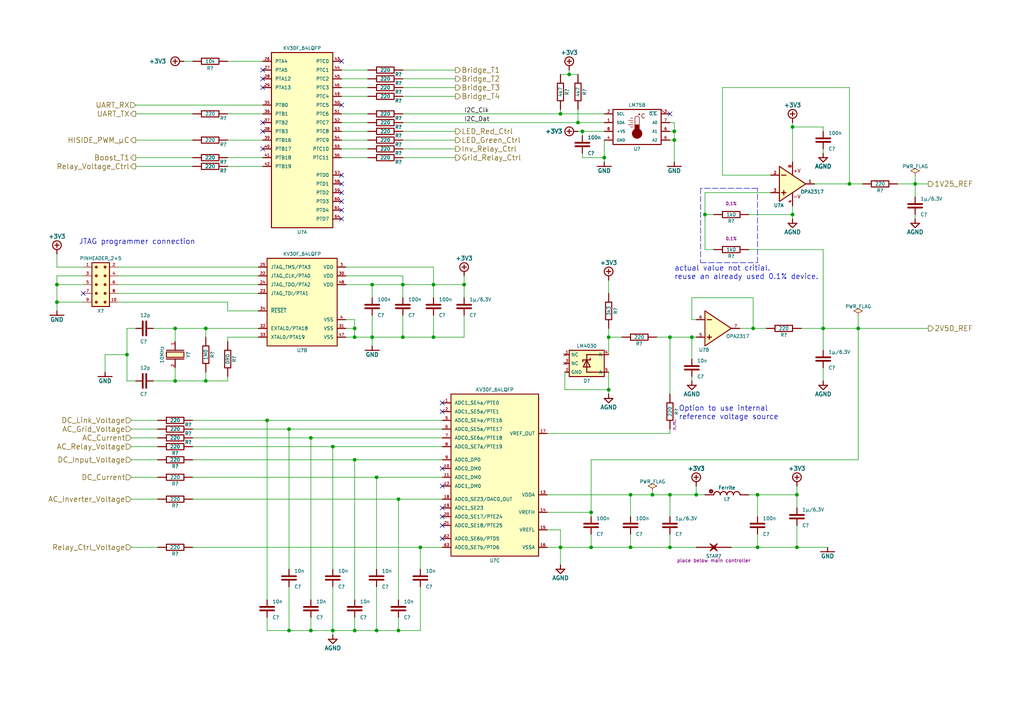
<source format=kicad_sch>
(kicad_sch (version 20211123) (generator eeschema)
  (paper "A4")
  (title_block (title "Main Controller") (date "2016-03-04") (rev "0.1") (company "Open Source Solar Inverter Project"))
  (junction (at 162.56 158.75))
  (junction (at 194.31 143.51))
  (junction (at 229.87 62.23))
  (junction (at 229.87 36.83))
  (junction (at 189.23 143.51))
  (junction (at 125.73 82.55))
  (junction (at 96.52 182.88))
  (junction (at 265.43 53.34))
  (junction (at 204.47 62.23))
  (junction (at 50.8 110.49))
  (junction (at 121.92 158.75))
  (junction (at 195.58 40.64))
  (junction (at 171.45 158.75))
  (junction (at 194.31 158.75))
  (junction (at 16.51 82.55))
  (junction (at 116.84 97.79))
  (junction (at 167.64 35.56))
  (junction (at 96.52 129.54))
  (junction (at 182.88 143.51))
  (junction (at 168.91 38.1))
  (junction (at 246.38 53.34))
  (junction (at 231.14 158.75))
  (junction (at 107.95 97.79))
  (junction (at 176.53 113.03))
  (junction (at 83.82 182.88))
  (junction (at 134.62 82.55))
  (junction (at 59.69 110.49))
  (junction (at 238.76 95.25))
  (junction (at 171.45 148.59))
  (junction (at 176.53 97.79))
  (junction (at 90.17 182.88))
  (junction (at 248.92 95.25))
  (junction (at 194.31 97.79))
  (junction (at 231.14 143.51))
  (junction (at 102.87 97.79))
  (junction (at 116.84 82.55))
  (junction (at 109.22 138.43))
  (junction (at 83.82 124.46))
  (junction (at 115.57 144.78))
  (junction (at 219.71 143.51))
  (junction (at 90.17 127))
  (junction (at 59.69 95.25))
  (junction (at 175.26 45.72))
  (junction (at 125.73 97.79))
  (junction (at 201.93 143.51))
  (junction (at 115.57 182.88))
  (junction (at 102.87 133.35))
  (junction (at 200.66 97.79))
  (junction (at 102.87 95.25))
  (junction (at 195.58 38.1))
  (junction (at 109.22 182.88))
  (junction (at 219.71 158.75))
  (junction (at 36.83 102.87))
  (junction (at 165.1 21.59))
  (junction (at 162.56 33.02))
  (junction (at 102.87 182.88))
  (junction (at 50.8 95.25))
  (junction (at 218.44 95.25))
  (junction (at 107.95 82.55))
  (junction (at 77.47 121.92))
  (junction (at 16.51 87.63))
  (junction (at 182.88 158.75))
  (no_connect (at 24.13 85.09))
  (no_connect (at 76.2 43.18))
  (no_connect (at 99.06 30.48))
  (no_connect (at 194.31 33.02))
  (no_connect (at 76.2 35.56))
  (no_connect (at 99.06 58.42))
  (no_connect (at 128.27 119.38))
  (no_connect (at 99.06 50.8))
  (no_connect (at 128.27 152.4))
  (no_connect (at 76.2 25.4))
  (no_connect (at 128.27 156.21))
  (no_connect (at 128.27 147.32))
  (no_connect (at 128.27 116.84))
  (no_connect (at 128.27 140.97))
  (no_connect (at 128.27 149.86))
  (no_connect (at 99.06 55.88))
  (no_connect (at 99.06 17.78))
  (no_connect (at 99.06 60.96))
  (no_connect (at 128.27 135.89))
  (no_connect (at 76.2 20.32))
  (no_connect (at 76.2 22.86))
  (no_connect (at 99.06 63.5))
  (no_connect (at 99.06 53.34))
  (no_connect (at 76.2 38.1))
  (wire (pts (xy 55.88 129.54) (xy 96.52 129.54)))
  (wire (pts (xy 107.95 82.55) (xy 107.95 86.36)))
  (wire (pts (xy 116.84 35.56) (xy 167.64 35.56)))
  (wire (pts (xy 116.84 97.79) (xy 125.73 97.79)))
  (wire (pts (xy 189.23 142.24) (xy 189.23 143.51)))
  (wire (pts (xy 200.66 92.71) (xy 200.66 86.36)))
  (wire (pts (xy 231.14 158.75) (xy 231.14 152.4)))
  (wire (pts (xy 24.13 77.47) (xy 16.51 77.47)))
  (wire (pts (xy 217.17 143.51) (xy 219.71 143.51)))
  (wire (pts (xy 16.51 77.47) (xy 16.51 73.66)))
  (wire (pts (xy 77.47 182.88) (xy 77.47 179.07)))
  (wire (pts (xy 16.51 87.63) (xy 16.51 90.17)))
  (wire (pts (xy 99.06 43.18) (xy 106.68 43.18)))
  (wire (pts (xy 194.31 97.79) (xy 194.31 114.3)))
  (wire (pts (xy 209.55 50.8) (xy 209.55 25.4)))
  (wire (pts (xy 194.31 124.46) (xy 194.31 125.73)))
  (wire (pts (xy 219.71 143.51) (xy 219.71 149.86)))
  (wire (pts (xy 24.13 82.55) (xy 16.51 82.55)))
  (wire (pts (xy 200.66 104.14) (xy 200.66 97.79)))
  (wire (pts (xy 167.64 38.1) (xy 168.91 38.1)))
  (wire (pts (xy 96.52 182.88) (xy 96.52 184.15)))
  (wire (pts (xy 125.73 77.47) (xy 125.73 82.55)))
  (wire (pts (xy 116.84 22.86) (xy 132.08 22.86)))
  (wire (pts (xy 107.95 97.79) (xy 116.84 97.79)))
  (wire (pts (xy 102.87 179.07) (xy 102.87 182.88)))
  (wire (pts (xy 219.71 158.75) (xy 219.71 154.94)))
  (wire (pts (xy 229.87 59.69) (xy 229.87 62.23)))
  (wire (pts (xy 36.83 110.49) (xy 39.37 110.49)))
  (wire (pts (xy 201.93 92.71) (xy 200.66 92.71)))
  (wire (pts (xy 134.62 82.55) (xy 134.62 86.36)))
  (wire (pts (xy 16.51 80.01) (xy 16.51 82.55)))
  (wire (pts (xy 83.82 124.46) (xy 128.27 124.46)))
  (wire (pts (xy 176.53 97.79) (xy 180.34 97.79)))
  (wire (pts (xy 265.43 53.34) (xy 269.24 53.34)))
  (wire (pts (xy 200.66 86.36) (xy 218.44 86.36)))
  (wire (pts (xy 175.26 45.72) (xy 175.26 40.64)))
  (wire (pts (xy 115.57 144.78) (xy 128.27 144.78)))
  (wire (pts (xy 66.04 33.02) (xy 76.2 33.02)))
  (wire (pts (xy 96.52 182.88) (xy 102.87 182.88)))
  (wire (pts (xy 90.17 173.99) (xy 90.17 127)))
  (wire (pts (xy 175.26 45.72) (xy 175.26 46.99)))
  (wire (pts (xy 38.1 121.92) (xy 45.72 121.92)))
  (wire (pts (xy 39.37 48.26) (xy 55.88 48.26)))
  (wire (pts (xy 102.87 92.71) (xy 102.87 95.25)))
  (wire (pts (xy 248.92 95.25) (xy 248.92 133.35)))
  (wire (pts (xy 39.37 33.02) (xy 55.88 33.02)))
  (wire (pts (xy 39.37 95.25) (xy 36.83 95.25)))
  (wire (pts (xy 238.76 106.68) (xy 238.76 110.49)))
  (wire (pts (xy 168.91 39.37) (xy 168.91 38.1)))
  (wire (pts (xy 100.33 95.25) (xy 102.87 95.25)))
  (wire (pts (xy 217.17 72.39) (xy 238.76 72.39)))
  (polyline (pts (xy 219.71 76.2) (xy 219.71 54.61)))
  (wire (pts (xy 115.57 182.88) (xy 115.57 179.07)))
  (wire (pts (xy 265.43 50.8) (xy 265.43 53.34)))
  (wire (pts (xy 90.17 182.88) (xy 96.52 182.88)))
  (wire (pts (xy 100.33 82.55) (xy 107.95 82.55)))
  (wire (pts (xy 194.31 158.75) (xy 201.93 158.75)))
  (wire (pts (xy 55.88 144.78) (xy 115.57 144.78)))
  (wire (pts (xy 238.76 95.25) (xy 238.76 101.6)))
  (wire (pts (xy 39.37 45.72) (xy 55.88 45.72)))
  (wire (pts (xy 36.83 102.87) (xy 36.83 110.49)))
  (wire (pts (xy 107.95 91.44) (xy 107.95 97.79)))
  (wire (pts (xy 121.92 158.75) (xy 128.27 158.75)))
  (wire (pts (xy 116.84 82.55) (xy 116.84 86.36)))
  (wire (pts (xy 102.87 133.35) (xy 128.27 133.35)))
  (wire (pts (xy 158.75 158.75) (xy 162.56 158.75)))
  (wire (pts (xy 162.56 33.02) (xy 175.26 33.02)))
  (wire (pts (xy 100.33 97.79) (xy 102.87 97.79)))
  (wire (pts (xy 90.17 179.07) (xy 90.17 182.88)))
  (wire (pts (xy 34.29 87.63) (xy 66.04 87.63)))
  (wire (pts (xy 176.53 107.95) (xy 176.53 113.03)))
  (wire (pts (xy 100.33 92.71) (xy 102.87 92.71)))
  (wire (pts (xy 44.45 95.25) (xy 50.8 95.25)))
  (wire (pts (xy 66.04 17.78) (xy 76.2 17.78)))
  (wire (pts (xy 125.73 82.55) (xy 125.73 86.36)))
  (wire (pts (xy 96.52 170.18) (xy 96.52 182.88)))
  (wire (pts (xy 24.13 87.63) (xy 16.51 87.63)))
  (wire (pts (xy 50.8 110.49) (xy 59.69 110.49)))
  (wire (pts (xy 116.84 43.18) (xy 132.08 43.18)))
  (wire (pts (xy 99.06 35.56) (xy 106.68 35.56)))
  (wire (pts (xy 59.69 110.49) (xy 66.04 110.49)))
  (wire (pts (xy 99.06 38.1) (xy 106.68 38.1)))
  (wire (pts (xy 59.69 107.95) (xy 59.69 110.49)))
  (wire (pts (xy 116.84 97.79) (xy 116.84 91.44)))
  (wire (pts (xy 195.58 46.99) (xy 195.58 40.64)))
  (wire (pts (xy 248.92 95.25) (xy 269.24 95.25)))
  (wire (pts (xy 168.91 45.72) (xy 175.26 45.72)))
  (wire (pts (xy 50.8 95.25) (xy 59.69 95.25)))
  (wire (pts (xy 115.57 173.99) (xy 115.57 144.78)))
  (wire (pts (xy 39.37 30.48) (xy 76.2 30.48)))
  (wire (pts (xy 66.04 45.72) (xy 76.2 45.72)))
  (wire (pts (xy 116.84 40.64) (xy 132.08 40.64)))
  (wire (pts (xy 217.17 62.23) (xy 229.87 62.23)))
  (wire (pts (xy 238.76 38.1) (xy 238.76 36.83)))
  (wire (pts (xy 182.88 143.51) (xy 189.23 143.51)))
  (wire (pts (xy 260.35 53.34) (xy 265.43 53.34)))
  (wire (pts (xy 36.83 95.25) (xy 36.83 102.87)))
  (wire (pts (xy 38.1 127) (xy 45.72 127)))
  (wire (pts (xy 248.92 91.44) (xy 248.92 95.25)))
  (wire (pts (xy 55.88 158.75) (xy 121.92 158.75)))
  (wire (pts (xy 134.62 80.01) (xy 134.62 82.55)))
  (wire (pts (xy 90.17 127) (xy 128.27 127)))
  (wire (pts (xy 171.45 158.75) (xy 171.45 154.94)))
  (polyline (pts (xy 203.2 54.61) (xy 203.2 76.2)))
  (wire (pts (xy 44.45 110.49) (xy 50.8 110.49)))
  (wire (pts (xy 38.1 129.54) (xy 45.72 129.54)))
  (wire (pts (xy 66.04 110.49) (xy 66.04 109.22)))
  (wire (pts (xy 232.41 95.25) (xy 238.76 95.25)))
  (wire (pts (xy 165.1 21.59) (xy 165.1 20.32)))
  (wire (pts (xy 100.33 80.01) (xy 116.84 80.01)))
  (wire (pts (xy 83.82 165.1) (xy 83.82 124.46)))
  (wire (pts (xy 246.38 53.34) (xy 250.19 53.34)))
  (wire (pts (xy 204.47 55.88) (xy 204.47 62.23)))
  (wire (pts (xy 201.93 140.97) (xy 201.93 143.51)))
  (wire (pts (xy 194.31 38.1) (xy 195.58 38.1)))
  (wire (pts (xy 168.91 44.45) (xy 168.91 45.72)))
  (wire (pts (xy 116.84 27.94) (xy 132.08 27.94)))
  (wire (pts (xy 74.93 97.79) (xy 66.04 97.79)))
  (wire (pts (xy 16.51 82.55) (xy 16.51 87.63)))
  (wire (pts (xy 116.84 25.4) (xy 132.08 25.4)))
  (wire (pts (xy 195.58 40.64) (xy 195.58 38.1)))
  (wire (pts (xy 99.06 22.86) (xy 106.68 22.86)))
  (wire (pts (xy 55.88 138.43) (xy 109.22 138.43)))
  (wire (pts (xy 182.88 158.75) (xy 182.88 154.94)))
  (wire (pts (xy 238.76 72.39) (xy 238.76 95.25)))
  (wire (pts (xy 195.58 38.1) (xy 195.58 35.56)))
  (wire (pts (xy 229.87 62.23) (xy 229.87 63.5)))
  (wire (pts (xy 99.06 45.72) (xy 106.68 45.72)))
  (wire (pts (xy 219.71 143.51) (xy 231.14 143.51)))
  (wire (pts (xy 125.73 97.79) (xy 125.73 91.44)))
  (wire (pts (xy 190.5 97.79) (xy 194.31 97.79)))
  (wire (pts (xy 24.13 80.01) (xy 16.51 80.01)))
  (wire (pts (xy 50.8 95.25) (xy 50.8 99.06)))
  (wire (pts (xy 162.56 31.75) (xy 162.56 33.02)))
  (wire (pts (xy 209.55 25.4) (xy 246.38 25.4)))
  (wire (pts (xy 176.53 97.79) (xy 176.53 102.87)))
  (wire (pts (xy 53.34 17.78) (xy 55.88 17.78)))
  (wire (pts (xy 201.93 143.51) (xy 204.47 143.51)))
  (wire (pts (xy 194.31 158.75) (xy 194.31 154.94)))
  (wire (pts (xy 107.95 82.55) (xy 116.84 82.55)))
  (wire (pts (xy 77.47 173.99) (xy 77.47 121.92)))
  (wire (pts (xy 212.09 158.75) (xy 219.71 158.75)))
  (wire (pts (xy 102.87 173.99) (xy 102.87 133.35)))
  (wire (pts (xy 66.04 87.63) (xy 66.04 90.17)))
  (wire (pts (xy 121.92 182.88) (xy 121.92 170.18)))
  (wire (pts (xy 55.88 124.46) (xy 83.82 124.46)))
  (wire (pts (xy 45.72 158.75) (xy 38.1 158.75)))
  (wire (pts (xy 125.73 82.55) (xy 134.62 82.55)))
  (wire (pts (xy 121.92 158.75) (xy 121.92 165.1)))
  (wire (pts (xy 116.84 38.1) (xy 132.08 38.1)))
  (wire (pts (xy 30.48 107.95) (xy 30.48 102.87)))
  (wire (pts (xy 99.06 25.4) (xy 106.68 25.4)))
  (wire (pts (xy 38.1 124.46) (xy 45.72 124.46)))
  (wire (pts (xy 34.29 77.47) (xy 74.93 77.47)))
  (wire (pts (xy 158.75 143.51) (xy 182.88 143.51)))
  (wire (pts (xy 116.84 20.32) (xy 132.08 20.32)))
  (wire (pts (xy 219.71 158.75) (xy 231.14 158.75)))
  (wire (pts (xy 204.47 62.23) (xy 207.01 62.23)))
  (wire (pts (xy 158.75 153.67) (xy 162.56 153.67)))
  (wire (pts (xy 109.22 138.43) (xy 128.27 138.43)))
  (wire (pts (xy 66.04 48.26) (xy 76.2 48.26)))
  (wire (pts (xy 204.47 72.39) (xy 207.01 72.39)))
  (wire (pts (xy 99.06 27.94) (xy 106.68 27.94)))
  (wire (pts (xy 182.88 158.75) (xy 194.31 158.75)))
  (wire (pts (xy 134.62 97.79) (xy 134.62 91.44)))
  (wire (pts (xy 102.87 182.88) (xy 109.22 182.88)))
  (wire (pts (xy 231.14 143.51) (xy 231.14 147.32)))
  (wire (pts (xy 38.1 144.78) (xy 45.72 144.78)))
  (wire (pts (xy 158.75 148.59) (xy 171.45 148.59)))
  (wire (pts (xy 66.04 97.79) (xy 66.04 99.06)))
  (wire (pts (xy 99.06 40.64) (xy 106.68 40.64)))
  (wire (pts (xy 34.29 80.01) (xy 74.93 80.01)))
  (wire (pts (xy 171.45 133.35) (xy 171.45 148.59)))
  (wire (pts (xy 165.1 21.59) (xy 162.56 21.59)))
  (wire (pts (xy 182.88 143.51) (xy 182.88 149.86)))
  (wire (pts (xy 55.88 121.92) (xy 77.47 121.92)))
  (wire (pts (xy 214.63 95.25) (xy 218.44 95.25)))
  (wire (pts (xy 236.22 53.34) (xy 246.38 53.34)))
  (wire (pts (xy 223.52 50.8) (xy 209.55 50.8)))
  (wire (pts (xy 66.04 40.64) (xy 76.2 40.64)))
  (wire (pts (xy 116.84 33.02) (xy 162.56 33.02)))
  (wire (pts (xy 116.84 82.55) (xy 125.73 82.55)))
  (wire (pts (xy 30.48 102.87) (xy 36.83 102.87)))
  (wire (pts (xy 168.91 38.1) (xy 175.26 38.1)))
  (wire (pts (xy 162.56 158.75) (xy 171.45 158.75)))
  (wire (pts (xy 99.06 33.02) (xy 106.68 33.02)))
  (wire (pts (xy 200.66 97.79) (xy 201.93 97.79)))
  (wire (pts (xy 102.87 97.79) (xy 107.95 97.79)))
  (wire (pts (xy 66.04 90.17) (xy 74.93 90.17)))
  (wire (pts (xy 238.76 43.18) (xy 238.76 44.45)))
  (wire (pts (xy 231.14 140.97) (xy 231.14 143.51)))
  (wire (pts (xy 238.76 95.25) (xy 248.92 95.25)))
  (wire (pts (xy 265.43 57.15) (xy 265.43 53.34)))
  (wire (pts (xy 50.8 106.68) (xy 50.8 110.49)))
  (wire (pts (xy 238.76 36.83) (xy 229.87 36.83)))
  (wire (pts (xy 59.69 95.25) (xy 74.93 95.25)))
  (wire (pts (xy 229.87 36.83) (xy 229.87 46.99)))
  (wire (pts (xy 125.73 97.79) (xy 134.62 97.79)))
  (wire (pts (xy 246.38 25.4) (xy 246.38 53.34)))
  (wire (pts (xy 163.83 113.03) (xy 163.83 107.95)))
  (wire (pts (xy 171.45 148.59) (xy 171.45 149.86)))
  (polyline (pts (xy 203.2 76.2) (xy 219.71 76.2)))
  (wire (pts (xy 248.92 133.35) (xy 171.45 133.35)))
  (wire (pts (xy 115.57 182.88) (xy 121.92 182.88)))
  (wire (pts (xy 194.31 125.73) (xy 158.75 125.73)))
  (wire (pts (xy 107.95 97.79) (xy 107.95 100.33)))
  (wire (pts (xy 116.84 80.01) (xy 116.84 82.55)))
  (wire (pts (xy 34.29 85.09) (xy 74.93 85.09)))
  (wire (pts (xy 162.56 153.67) (xy 162.56 158.75)))
  (wire (pts (xy 265.43 63.5) (xy 265.43 62.23)))
  (wire (pts (xy 194.31 97.79) (xy 200.66 97.79)))
  (wire (pts (xy 83.82 182.88) (xy 90.17 182.88)))
  (wire (pts (xy 167.64 21.59) (xy 165.1 21.59)))
  (wire (pts (xy 204.47 62.23) (xy 204.47 72.39)))
  (wire (pts (xy 102.87 95.25) (xy 102.87 97.79)))
  (wire (pts (xy 125.73 77.47) (xy 100.33 77.47)))
  (wire (pts (xy 59.69 95.25) (xy 59.69 97.79)))
  (wire (pts (xy 55.88 127) (xy 90.17 127)))
  (wire (pts (xy 194.31 143.51) (xy 201.93 143.51)))
  (wire (pts (xy 229.87 35.56) (xy 229.87 36.83)))
  (wire (pts (xy 195.58 35.56) (xy 194.31 35.56)))
  (wire (pts (xy 39.37 40.64) (xy 55.88 40.64)))
  (wire (pts (xy 96.52 165.1) (xy 96.52 129.54)))
  (wire (pts (xy 189.23 143.51) (xy 194.31 143.51)))
  (wire (pts (xy 218.44 86.36) (xy 218.44 95.25)))
  (wire (pts (xy 74.93 82.55) (xy 34.29 82.55)))
  (wire (pts (xy 83.82 170.18) (xy 83.82 182.88)))
  (wire (pts (xy 38.1 133.35) (xy 45.72 133.35)))
  (wire (pts (xy 200.66 110.49) (xy 200.66 109.22)))
  (wire (pts (xy 171.45 158.75) (xy 182.88 158.75)))
  (wire (pts (xy 116.84 45.72) (xy 132.08 45.72)))
  (wire (pts (xy 204.47 55.88) (xy 223.52 55.88)))
  (wire (pts (xy 77.47 121.92) (xy 128.27 121.92)))
  (wire (pts (xy 231.14 158.75) (xy 240.03 158.75)))
  (wire (pts (xy 96.52 129.54) (xy 128.27 129.54)))
  (wire (pts (xy 218.44 95.25) (xy 222.25 95.25)))
  (wire (pts (xy 176.53 81.28) (xy 176.53 85.09)))
  (wire (pts (xy 109.22 170.18) (xy 109.22 182.88)))
  (wire (pts (xy 77.47 182.88) (xy 83.82 182.88)))
  (wire (pts (xy 109.22 182.88) (xy 115.57 182.88)))
  (wire (pts (xy 194.31 149.86) (xy 194.31 143.51)))
  (wire (pts (xy 167.64 31.75) (xy 167.64 35.56)))
  (wire (pts (xy 194.31 40.64) (xy 195.58 40.64)))
  (wire (pts (xy 38.1 138.43) (xy 45.72 138.43)))
  (wire (pts (xy 109.22 165.1) (xy 109.22 138.43)))
  (wire (pts (xy 167.64 35.56) (xy 175.26 35.56)))
  (wire (pts (xy 176.53 113.03) (xy 176.53 114.3)))
  (polyline (pts (xy 219.71 54.61) (xy 203.2 54.61)))
  (wire (pts (xy 176.53 113.03) (xy 163.83 113.03)))
  (wire (pts (xy 162.56 158.75) (xy 162.56 163.83)))
  (wire (pts (xy 99.06 20.32) (xy 106.68 20.32)))
  (wire (pts (xy 176.53 95.25) (xy 176.53 97.79)))
  (wire (pts (xy 55.88 133.35) (xy 102.87 133.35)))
  (text "actual value not critial.\nreuse an already used 0.1 % device." (at 195.58 81.28 0) (effects (font (size 1.524 1.524)) (justify left bottom)))
  (text "JTAG programmer connection" (at 22.86 71.12 0) (effects (font (size 1.524 1.524)) (justify left bottom)))
  (text "Option to use internal\nreference voltage source" (at 196.85 121.92 0) (effects (font (size 1.524 1.524)) (justify left bottom)))
  (label "I2C_Dat" (at 134.62 35.56 0))
  (label "I2C_Clk" (at 134.62 33.02 0))
  (hierarchical_label "Bridge_T2" (shape output) (at 132.08 22.86 0) (effects (font (size 1.524 1.524))))
  (hierarchical_label "AC_Relay_Voltage" (shape input) (at 38.1 129.54 180) (effects (font (size 1.524 1.524))))
  (hierarchical_label "Grid_Relay_Ctrl" (shape output) (at 132.08 45.72 0) (effects (font (size 1.524 1.524))))
  (hierarchical_label "DC_Link_Voltage" (shape input) (at 38.1 121.92 180) (effects (font (size 1.524 1.524))))
  (hierarchical_label "AC_Grid_Voltage" (shape input) (at 38.1 124.46 180) (effects (font (size 1.524 1.524))))
  (hierarchical_label "Inv_Relay_Ctrl" (shape output) (at 132.08 43.18 0) (effects (font (size 1.524 1.524))))
  (hierarchical_label "1V25_REF" (shape output) (at 269.24 53.34 0) (effects (font (size 1.524 1.524))))
  (hierarchical_label "AC_Inverter_Voltage" (shape input) (at 38.1 144.78 180) (effects (font (size 1.524 1.524))))
  (hierarchical_label "DC_Current" (shape input) (at 38.1 138.43 180) (effects (font (size 1.524 1.524))))
  (hierarchical_label "Relay_Voltage_Ctrl" (shape output) (at 39.37 48.26 180) (effects (font (size 1.524 1.524))))
  (hierarchical_label "Boost_T1" (shape output) (at 39.37 45.72 180) (effects (font (size 1.524 1.524))))
  (hierarchical_label "AC_Current" (shape input) (at 38.1 127 180) (effects (font (size 1.524 1.524))))
  (hierarchical_label "2V50_REF" (shape output) (at 269.24 95.25 0) (effects (font (size 1.524 1.524))))
  (hierarchical_label "HISIDE_PWM_µC" (shape output) (at 39.37 40.64 180) (effects (font (size 1.524 1.524))))
  (hierarchical_label "UART_RX" (shape input) (at 39.37 30.48 180) (effects (font (size 1.524 1.524))))
  (hierarchical_label "Relay_Ctrl_Voltage" (shape input) (at 38.1 158.75 180) (effects (font (size 1.524 1.524))))
  (hierarchical_label "DC_Input_Voltage" (shape input) (at 38.1 133.35 180) (effects (font (size 1.524 1.524))))
  (hierarchical_label "LED_Red_Ctrl" (shape output) (at 132.08 38.1 0) (effects (font (size 1.524 1.524))))
  (hierarchical_label "Bridge_T1" (shape output) (at 132.08 20.32 0) (effects (font (size 1.524 1.524))))
  (hierarchical_label "Bridge_T4" (shape output) (at 132.08 27.94 0) (effects (font (size 1.524 1.524))))
  (hierarchical_label "LED_Green_Ctrl" (shape output) (at 132.08 40.64 0) (effects (font (size 1.524 1.524))))
  (hierarchical_label "UART_TX" (shape output) (at 39.37 33.02 180) (effects (font (size 1.524 1.524))))
  (hierarchical_label "Bridge_T3" (shape output) (at 132.08 25.4 0) (effects (font (size 1.524 1.524))))
  (symbol (lib_id "kv30f:KV30F_64LQFP") (at 87.63 40.64 0) (unit 1)
    (property "Reference" "U?" (at 87.63 67.31 0) (effects (font (size 0.9906 0.9906))))
    (property "Value" "KV30F_64LQFP" (at 87.63 13.97 0) (effects (font (size 0.9906 0.9906))))
    (property "Footprint" "OSSI_standard_footprints:LQFP-64_10x10_Pitch0.5mm" (effects hide))
    (property "Manufacturer" "M" (effects hide))
    (property "Partnumber" "P" (effects hide))
    (property "Supplier" "S" (effects hide))
    (property "Order No." "O.No." (effects hide))
  )
  (symbol (lib_id "kv30f:KV30F_64LQFP") (at 87.63 87.63 0) (unit 2)
    (property "Reference" "U?" (at 87.63 101.6 0) (effects (font (size 0.9906 0.9906))))
    (property "Value" "KV30F_64LQFP" (at 87.63 73.66 0) (effects (font (size 0.9906 0.9906))))
    (property "Footprint" "OSSI_standard_footprints:LQFP-64_10x10_Pitch0.5mm" (effects hide))
    (property "Manufacturer" "M" (effects hide))
    (property "Partnumber" "P" (effects hide))
    (property "Supplier" "S" (effects hide))
    (property "Order No." "O.No." (effects hide))
  )
  (symbol (lib_id "kv30f:KV30F_64LQFP") (at 143.51 138.43 0) (unit 3)
    (property "Reference" "U?" (at 143.51 162.56 0) (effects (font (size 0.9906 0.9906))))
    (property "Value" "KV30F_64LQFP" (at 143.51 113.03 0) (effects (font (size 0.9906 0.9906))))
    (property "Footprint" "OSSI_standard_footprints:LQFP-64_10x10_Pitch0.5mm" (effects hide))
    (property "Manufacturer" "M" (effects hide))
    (property "Partnumber" "P" (effects hide))
    (property "Supplier" "S" (effects hide))
    (property "Order No." "O.No." (effects hide))
  )
  (symbol (lib_id "OSSI_standard_components:Resistor") (at 60.96 17.78 0) (unit 1)
    (property "Reference" "R?" (at 60.96 19.812 0) (effects (font (size 0.9906 0.9906))))
    (property "Value" "10k" (at 60.96 17.78 0) (effects (font (size 0.9906 0.9906))))
    (property "Tolerance" "%" (effects hide))
    (property "Manufacturer" "M" (effects hide))
    (property "Partnumber" "P" (effects hide))
    (property "Supplier" "S" (effects hide))
    (property "Order No." "O.No." (effects hide))
  )
  (symbol (lib_id "OSSI_standard_components:Resistor") (at 60.96 33.02 0) (unit 1)
    (property "Reference" "R?" (at 64.77 34.29 0) (effects (font (size 0.9906 0.9906))))
    (property "Value" "220" (at 60.96 33.02 0) (effects (font (size 0.9906 0.9906))))
    (property "Tolerance" "%" (effects hide))
    (property "Manufacturer" "M" (effects hide))
    (property "Partnumber" "P" (effects hide))
    (property "Supplier" "S" (effects hide))
    (property "Order No." "O.No." (effects hide))
  )
  (symbol (lib_id "OSSI_standard_components:Resistor") (at 60.96 45.72 0) (unit 1)
    (property "Reference" "R?" (at 64.77 46.99 0) (effects (font (size 0.9906 0.9906))))
    (property "Value" "220" (at 60.96 45.72 0) (effects (font (size 0.9906 0.9906))))
    (property "Tolerance" "%" (effects hide))
    (property "Manufacturer" "M" (effects hide))
    (property "Partnumber" "P" (effects hide))
    (property "Supplier" "S" (effects hide))
    (property "Order No." "O.No." (effects hide))
  )
  (symbol (lib_id "OSSI_standard_components:Resistor") (at 60.96 48.26 0) (unit 1)
    (property "Reference" "R?" (at 64.77 49.53 0) (effects (font (size 0.9906 0.9906))))
    (property "Value" "220" (at 60.96 48.26 0) (effects (font (size 0.9906 0.9906))))
    (property "Tolerance" "%" (effects hide))
    (property "Manufacturer" "M" (effects hide))
    (property "Partnumber" "P" (effects hide))
    (property "Supplier" "S" (effects hide))
    (property "Order No." "O.No." (effects hide))
  )
  (symbol (lib_id "OSSI_standard_components:Resistor") (at 111.76 22.86 0) (unit 1)
    (property "Reference" "R?" (at 115.57 24.13 0) (effects (font (size 0.9906 0.9906))))
    (property "Value" "220" (at 111.76 22.86 0) (effects (font (size 0.9906 0.9906))))
    (property "Tolerance" "%" (effects hide))
    (property "Manufacturer" "M" (effects hide))
    (property "Partnumber" "P" (effects hide))
    (property "Supplier" "S" (effects hide))
    (property "Order No." "O.No." (effects hide))
  )
  (symbol (lib_id "OSSI_standard_components:Resistor") (at 111.76 20.32 0) (unit 1)
    (property "Reference" "R?" (at 115.57 21.59 0) (effects (font (size 0.9906 0.9906))))
    (property "Value" "220" (at 111.76 20.32 0) (effects (font (size 0.9906 0.9906))))
    (property "Tolerance" "%" (effects hide))
    (property "Manufacturer" "M" (effects hide))
    (property "Partnumber" "P" (effects hide))
    (property "Supplier" "S" (effects hide))
    (property "Order No." "O.No." (effects hide))
  )
  (symbol (lib_id "OSSI_standard_components:Resistor") (at 111.76 25.4 0) (unit 1)
    (property "Reference" "R?" (at 115.57 26.67 0) (effects (font (size 0.9906 0.9906))))
    (property "Value" "220" (at 111.76 25.4 0) (effects (font (size 0.9906 0.9906))))
    (property "Tolerance" "%" (effects hide))
    (property "Manufacturer" "M" (effects hide))
    (property "Partnumber" "P" (effects hide))
    (property "Supplier" "S" (effects hide))
    (property "Order No." "O.No." (effects hide))
  )
  (symbol (lib_id "OSSI_standard_components:Resistor") (at 111.76 27.94 0) (unit 1)
    (property "Reference" "R?" (at 115.57 29.21 0) (effects (font (size 0.9906 0.9906))))
    (property "Value" "220" (at 111.76 27.94 0) (effects (font (size 0.9906 0.9906))))
    (property "Tolerance" "%" (effects hide))
    (property "Manufacturer" "M" (effects hide))
    (property "Partnumber" "P" (effects hide))
    (property "Supplier" "S" (effects hide))
    (property "Order No." "O.No." (effects hide))
  )
  (symbol (lib_id "OSSI_standard_components:Resistor") (at 111.76 33.02 0) (unit 1)
    (property "Reference" "R?" (at 115.57 34.29 0) (effects (font (size 0.9906 0.9906))))
    (property "Value" "220" (at 111.76 33.02 0) (effects (font (size 0.9906 0.9906))))
    (property "Tolerance" "%" (effects hide))
    (property "Manufacturer" "M" (effects hide))
    (property "Partnumber" "P" (effects hide))
    (property "Supplier" "S" (effects hide))
    (property "Order No." "O.No." (effects hide))
  )
  (symbol (lib_id "OSSI_standard_components:Resistor") (at 111.76 35.56 0) (unit 1)
    (property "Reference" "R?" (at 115.57 36.83 0) (effects (font (size 0.9906 0.9906))))
    (property "Value" "220" (at 111.76 35.56 0) (effects (font (size 0.9906 0.9906))))
    (property "Tolerance" "%" (effects hide))
    (property "Manufacturer" "M" (effects hide))
    (property "Partnumber" "P" (effects hide))
    (property "Supplier" "S" (effects hide))
    (property "Order No." "O.No." (effects hide))
  )
  (symbol (lib_id "OSSI_standard_components:Resistor") (at 111.76 38.1 0) (unit 1)
    (property "Reference" "R?" (at 115.57 39.37 0) (effects (font (size 0.9906 0.9906))))
    (property "Value" "220" (at 111.76 38.1 0) (effects (font (size 0.9906 0.9906))))
    (property "Tolerance" "%" (effects hide))
    (property "Manufacturer" "M" (effects hide))
    (property "Partnumber" "P" (effects hide))
    (property "Supplier" "S" (effects hide))
    (property "Order No." "O.No." (effects hide))
  )
  (symbol (lib_id "OSSI_standard_components:Resistor") (at 111.76 40.64 0) (unit 1)
    (property "Reference" "R?" (at 115.57 41.91 0) (effects (font (size 0.9906 0.9906))))
    (property "Value" "220" (at 111.76 40.64 0) (effects (font (size 0.9906 0.9906))))
    (property "Tolerance" "%" (effects hide))
    (property "Manufacturer" "M" (effects hide))
    (property "Partnumber" "P" (effects hide))
    (property "Supplier" "S" (effects hide))
    (property "Order No." "O.No." (effects hide))
  )
  (symbol (lib_id "OSSI_standard_components:Resistor") (at 111.76 43.18 0) (unit 1)
    (property "Reference" "R?" (at 115.57 44.45 0) (effects (font (size 0.9906 0.9906))))
    (property "Value" "220" (at 111.76 43.18 0) (effects (font (size 0.9906 0.9906))))
    (property "Tolerance" "%" (effects hide))
    (property "Manufacturer" "M" (effects hide))
    (property "Partnumber" "P" (effects hide))
    (property "Supplier" "S" (effects hide))
    (property "Order No." "O.No." (effects hide))
  )
  (symbol (lib_id "OSSI_standard_components:Resistor") (at 111.76 45.72 0) (unit 1)
    (property "Reference" "R?" (at 115.57 46.99 0) (effects (font (size 0.9906 0.9906))))
    (property "Value" "220" (at 111.76 45.72 0) (effects (font (size 0.9906 0.9906))))
    (property "Tolerance" "%" (effects hide))
    (property "Manufacturer" "M" (effects hide))
    (property "Partnumber" "P" (effects hide))
    (property "Supplier" "S" (effects hide))
    (property "Order No." "O.No." (effects hide))
  )
  (symbol (lib_id "OSSI_standard_components:+3V3") (at 53.34 17.78 90) (unit 1)
    (property "Reference" "#+3V30103" (effects hide))
    (property "Value" "+3V3" (at 45.72 17.78 90) (effects (font (size 1.1938 1.1938) bold)))
  )
  (symbol (lib_id "OSSI_standard_components:+3V3_ANA") (at 176.53 81.28 0) (unit 1)
    (property "Reference" "#+3V3_ANA0105" (effects hide))
    (property "Value" "+3V3_ANA" (at 176.53 76.2 0) (effects (font (size 1.1938 1.1938) bold)))
  )
  (symbol (lib_id "OSSI_standard_components:+3V3_ANA") (at 229.87 35.56 0) (unit 1)
    (property "Reference" "#+3V3_ANA0106" (effects hide))
    (property "Value" "+3V3_ANA" (at 229.87 30.48 0) (effects (font (size 1.1938 1.1938) bold)))
  )
  (symbol (lib_id "OSSI_standard_components:+3V3_ANA") (at 201.93 140.97 0) (unit 1)
    (property "Reference" "#+3V3_ANA0107" (effects hide))
    (property "Value" "+3V3_ANA" (at 201.93 135.89 0) (effects (font (size 1.1938 1.1938) bold)))
  )
  (symbol (lib_id "OSSI_standard_components:PWR_FLAG") (at 189.23 142.24 0) (unit 1)
    (property "Reference" "#FLG0101" (effects hide))
    (property "Value" "PWR_FLAG" (at 189.23 139.7 0) (effects (font (size 0.9906 0.9906))))
  )
  (symbol (lib_id "OSSI_standard_components:Capacitor") (at 77.47 176.53 0) (unit 1)
    (property "Reference" "C?" (at 78.994 179.07 0) (effects (font (size 0.9906 0.9906)) (justify left)))
    (property "Value" "10n" (at 78.994 174.498 0) (effects (font (size 0.9906 0.9906)) (justify left)))
    (property "Tolerance" "%" (effects hide))
    (property "Manufacturer" "M" (effects hide))
    (property "Partnumber" "P" (effects hide))
    (property "Supplier" "S" (effects hide))
    (property "Order No." "O.No." (effects hide))
  )
  (symbol (lib_id "OSSI_standard_components:Capacitor") (at 83.82 167.64 0) (unit 1)
    (property "Reference" "C?" (at 85.344 170.18 0) (effects (font (size 0.9906 0.9906)) (justify left)))
    (property "Value" "10n" (at 85.344 165.608 0) (effects (font (size 0.9906 0.9906)) (justify left)))
    (property "Tolerance" "%" (effects hide))
    (property "Manufacturer" "M" (effects hide))
    (property "Partnumber" "P" (effects hide))
    (property "Supplier" "S" (effects hide))
    (property "Order No." "O.No." (effects hide))
  )
  (symbol (lib_id "OSSI_standard_components:Capacitor") (at 90.17 176.53 0) (unit 1)
    (property "Reference" "C?" (at 91.694 179.07 0) (effects (font (size 0.9906 0.9906)) (justify left)))
    (property "Value" "10n" (at 91.694 174.498 0) (effects (font (size 0.9906 0.9906)) (justify left)))
    (property "Tolerance" "%" (effects hide))
    (property "Manufacturer" "M" (effects hide))
    (property "Partnumber" "P" (effects hide))
    (property "Supplier" "S" (effects hide))
    (property "Order No." "O.No." (effects hide))
  )
  (symbol (lib_id "OSSI_standard_components:Capacitor") (at 96.52 167.64 0) (unit 1)
    (property "Reference" "C?" (at 98.044 170.18 0) (effects (font (size 0.9906 0.9906)) (justify left)))
    (property "Value" "10n" (at 98.044 165.608 0) (effects (font (size 0.9906 0.9906)) (justify left)))
    (property "Tolerance" "%" (effects hide))
    (property "Manufacturer" "M" (effects hide))
    (property "Partnumber" "P" (effects hide))
    (property "Supplier" "S" (effects hide))
    (property "Order No." "O.No." (effects hide))
  )
  (symbol (lib_id "OSSI_standard_components:Capacitor") (at 102.87 176.53 0) (unit 1)
    (property "Reference" "C?" (at 104.394 179.07 0) (effects (font (size 0.9906 0.9906)) (justify left)))
    (property "Value" "10n" (at 104.394 174.498 0) (effects (font (size 0.9906 0.9906)) (justify left)))
    (property "Tolerance" "%" (effects hide))
    (property "Manufacturer" "M" (effects hide))
    (property "Partnumber" "P" (effects hide))
    (property "Supplier" "S" (effects hide))
    (property "Order No." "O.No." (effects hide))
  )
  (symbol (lib_id "OSSI_standard_components:Capacitor") (at 109.22 167.64 0) (unit 1)
    (property "Reference" "C?" (at 110.744 170.18 0) (effects (font (size 0.9906 0.9906)) (justify left)))
    (property "Value" "10n" (at 110.744 165.608 0) (effects (font (size 0.9906 0.9906)) (justify left)))
    (property "Tolerance" "%" (effects hide))
    (property "Manufacturer" "M" (effects hide))
    (property "Partnumber" "P" (effects hide))
    (property "Supplier" "S" (effects hide))
    (property "Order No." "O.No." (effects hide))
  )
  (symbol (lib_id "OSSI_standard_components:Capacitor") (at 115.57 176.53 0) (unit 1)
    (property "Reference" "C?" (at 117.094 179.07 0) (effects (font (size 0.9906 0.9906)) (justify left)))
    (property "Value" "10n" (at 117.094 174.498 0) (effects (font (size 0.9906 0.9906)) (justify left)))
    (property "Tolerance" "%" (effects hide))
    (property "Manufacturer" "M" (effects hide))
    (property "Partnumber" "P" (effects hide))
    (property "Supplier" "S" (effects hide))
    (property "Order No." "O.No." (effects hide))
  )
  (symbol (lib_id "OSSI_standard_components:Capacitor") (at 121.92 167.64 0) (unit 1)
    (property "Reference" "C?" (at 123.444 170.18 0) (effects (font (size 0.9906 0.9906)) (justify left)))
    (property "Value" "10n" (at 123.444 165.608 0) (effects (font (size 0.9906 0.9906)) (justify left)))
    (property "Tolerance" "%" (effects hide))
    (property "Manufacturer" "M" (effects hide))
    (property "Partnumber" "P" (effects hide))
    (property "Supplier" "S" (effects hide))
    (property "Order No." "O.No." (effects hide))
  )
  (symbol (lib_id "OSSI_standard_components:Resistor") (at 50.8 158.75 0) (unit 1)
    (property "Reference" "R?" (at 50.8 160.655 0) (effects (font (size 0.9906 0.9906))))
    (property "Value" "220" (at 50.8 158.75 0) (effects (font (size 0.9906 0.9906))))
    (property "Tolerance" "%" (effects hide))
    (property "Manufacturer" "M" (effects hide))
    (property "Partnumber" "P" (effects hide))
    (property "Supplier" "S" (effects hide))
    (property "Order No." "O.No." (effects hide))
  )
  (symbol (lib_id "OSSI_standard_components:Resistor") (at 50.8 144.78 0) (unit 1)
    (property "Reference" "R?" (at 50.8 146.685 0) (effects (font (size 0.9906 0.9906))))
    (property "Value" "220" (at 50.8 144.78 0) (effects (font (size 0.9906 0.9906))))
    (property "Tolerance" "%" (effects hide))
    (property "Manufacturer" "M" (effects hide))
    (property "Partnumber" "P" (effects hide))
    (property "Supplier" "S" (effects hide))
    (property "Order No." "O.No." (effects hide))
  )
  (symbol (lib_id "OSSI_standard_components:Resistor") (at 50.8 138.43 0) (unit 1)
    (property "Reference" "R?" (at 50.8 140.335 0) (effects (font (size 0.9906 0.9906))))
    (property "Value" "220" (at 50.8 138.43 0) (effects (font (size 0.9906 0.9906))))
    (property "Tolerance" "%" (effects hide))
    (property "Manufacturer" "M" (effects hide))
    (property "Partnumber" "P" (effects hide))
    (property "Supplier" "S" (effects hide))
    (property "Order No." "O.No." (effects hide))
  )
  (symbol (lib_id "OSSI_standard_components:Resistor") (at 50.8 133.35 0) (unit 1)
    (property "Reference" "R?" (at 50.8 135.255 0) (effects (font (size 0.9906 0.9906))))
    (property "Value" "220" (at 50.8 133.35 0) (effects (font (size 0.9906 0.9906))))
    (property "Tolerance" "%" (effects hide))
    (property "Manufacturer" "M" (effects hide))
    (property "Partnumber" "P" (effects hide))
    (property "Supplier" "S" (effects hide))
    (property "Order No." "O.No." (effects hide))
  )
  (symbol (lib_id "OSSI_standard_components:Resistor") (at 50.8 129.54 0) (unit 1)
    (property "Reference" "R?" (at 50.8 131.445 0) (effects (font (size 0.9906 0.9906))))
    (property "Value" "220" (at 50.8 129.54 0) (effects (font (size 0.9906 0.9906))))
    (property "Tolerance" "%" (effects hide))
    (property "Manufacturer" "M" (effects hide))
    (property "Partnumber" "P" (effects hide))
    (property "Supplier" "S" (effects hide))
    (property "Order No." "O.No." (effects hide))
  )
  (symbol (lib_id "OSSI_standard_components:Resistor") (at 50.8 124.46 0) (unit 1)
    (property "Reference" "R?" (at 54.61 125.73 0) (effects (font (size 0.9906 0.9906))))
    (property "Value" "220" (at 50.8 124.46 0) (effects (font (size 0.9906 0.9906))))
    (property "Tolerance" "%" (effects hide))
    (property "Manufacturer" "M" (effects hide))
    (property "Partnumber" "P" (effects hide))
    (property "Supplier" "S" (effects hide))
    (property "Order No." "O.No." (effects hide))
  )
  (symbol (lib_id "OSSI_standard_components:Resistor") (at 50.8 127 0) (unit 1)
    (property "Reference" "R?" (at 54.61 128.27 0) (effects (font (size 0.9906 0.9906))))
    (property "Value" "220" (at 50.8 127 0) (effects (font (size 0.9906 0.9906))))
    (property "Tolerance" "%" (effects hide))
    (property "Manufacturer" "M" (effects hide))
    (property "Partnumber" "P" (effects hide))
    (property "Supplier" "S" (effects hide))
    (property "Order No." "O.No." (effects hide))
  )
  (symbol (lib_id "OSSI_standard_components:Resistor") (at 50.8 121.92 0) (unit 1)
    (property "Reference" "R?" (at 54.61 123.19 0) (effects (font (size 0.9906 0.9906))))
    (property "Value" "220" (at 50.8 121.92 0) (effects (font (size 0.9906 0.9906))))
    (property "Tolerance" "%" (effects hide))
    (property "Manufacturer" "M" (effects hide))
    (property "Partnumber" "P" (effects hide))
    (property "Supplier" "S" (effects hide))
    (property "Order No." "O.No." (effects hide))
  )
  (symbol (lib_id "OSSI_standard_components:Capacitor") (at 171.45 152.4 0) (unit 1)
    (property "Reference" "C?" (at 172.974 154.94 0) (effects (font (size 0.9906 0.9906)) (justify left)))
    (property "Value" "100n" (at 172.974 150.368 0) (effects (font (size 0.9906 0.9906)) (justify left)))
    (property "Tolerance" "%" (effects hide))
    (property "Manufacturer" "M" (effects hide))
    (property "Partnumber" "P" (effects hide))
    (property "Supplier" "S" (effects hide))
    (property "Order No." "O.No." (effects hide))
  )
  (symbol (lib_id "OSSI_standard_components:Capacitor") (at 182.88 152.4 0) (unit 1)
    (property "Reference" "C?" (at 184.404 154.94 0) (effects (font (size 0.9906 0.9906)) (justify left)))
    (property "Value" "100n" (at 184.404 150.368 0) (effects (font (size 0.9906 0.9906)) (justify left)))
    (property "Tolerance" "%" (effects hide))
    (property "Manufacturer" "M" (effects hide))
    (property "Partnumber" "P" (effects hide))
    (property "Supplier" "S" (effects hide))
    (property "Order No." "O.No." (effects hide))
  )
  (symbol (lib_id "OSSI_standard_components:Capacitor") (at 194.31 152.4 0) (unit 1)
    (property "Reference" "C?" (at 195.834 154.94 0) (effects (font (size 0.9906 0.9906)) (justify left)))
    (property "Value" "1µ/6.3V" (at 195.834 150.368 0) (effects (font (size 0.9906 0.9906)) (justify left)))
    (property "Tolerance" "%" (effects hide))
    (property "Manufacturer" "M" (effects hide))
    (property "Partnumber" "P" (effects hide))
    (property "Supplier" "S" (effects hide))
    (property "Order No." "O.No." (effects hide))
  )
  (symbol (lib_id "OSSI_standard_components:Capacitor") (at 219.71 152.4 0) (unit 1)
    (property "Reference" "C?" (at 221.234 154.94 0) (effects (font (size 0.9906 0.9906)) (justify left)))
    (property "Value" "100n" (at 221.234 150.368 0) (effects (font (size 0.9906 0.9906)) (justify left)))
    (property "Tolerance" "%" (effects hide))
    (property "Manufacturer" "M" (effects hide))
    (property "Partnumber" "P" (effects hide))
    (property "Supplier" "S" (effects hide))
    (property "Order No." "O.No." (effects hide))
  )
  (symbol (lib_id "OSSI_standard_components:Capacitor") (at 231.14 149.86 0) (unit 1)
    (property "Reference" "C?" (at 232.664 152.4 0) (effects (font (size 0.9906 0.9906)) (justify left)))
    (property "Value" "1µ/6.3V" (at 232.664 147.828 0) (effects (font (size 0.9906 0.9906)) (justify left)))
    (property "Tolerance" "%" (effects hide))
    (property "Manufacturer" "M" (effects hide))
    (property "Partnumber" "P" (effects hide))
    (property "Supplier" "S" (effects hide))
    (property "Order No." "O.No." (effects hide))
  )
  (symbol (lib_id "OSSI_standard_components:Capacitor") (at 238.76 104.14 0) (unit 1)
    (property "Reference" "C?" (at 240.284 106.68 0) (effects (font (size 0.9906 0.9906)) (justify left)))
    (property "Value" "1µ/6.3V" (at 240.284 102.108 0) (effects (font (size 0.9906 0.9906)) (justify left)))
    (property "Tolerance" "%" (effects hide))
    (property "Manufacturer" "M" (effects hide))
    (property "Partnumber" "P" (effects hide))
    (property "Supplier" "S" (effects hide))
    (property "Order No." "O.No." (effects hide))
  )
  (symbol (lib_id "OSSI_standard_components:Capacitor") (at 200.66 106.68 0) (unit 1)
    (property "Reference" "C?" (at 202.184 109.22 0) (effects (font (size 0.9906 0.9906)) (justify left)))
    (property "Value" "10n" (at 202.184 104.648 0) (effects (font (size 0.9906 0.9906)) (justify left)))
    (property "Tolerance" "%" (effects hide))
    (property "Manufacturer" "M" (effects hide))
    (property "Partnumber" "P" (effects hide))
    (property "Supplier" "S" (effects hide))
    (property "Order No." "O.No." (effects hide))
  )
  (symbol (lib_id "OSSI_standard_components:Resistor") (at 185.42 97.79 0) (unit 1)
    (property "Reference" "R?" (at 185.42 99.695 0) (effects (font (size 0.9906 0.9906))))
    (property "Value" "220" (at 185.42 97.79 0) (effects (font (size 0.9906 0.9906))))
    (property "Tolerance" "%" (effects hide))
    (property "Manufacturer" "M" (effects hide))
    (property "Partnumber" "P" (effects hide))
    (property "Supplier" "S" (effects hide))
    (property "Order No." "O.No." (effects hide))
  )
  (symbol (lib_id "lm4030:LM4030") (at 170.18 105.41 0) (unit 1)
    (property "Reference" "D?" (at 170.18 110.49 0) (effects (font (size 0.9906 0.9906))))
    (property "Value" "LM4030" (at 170.18 100.33 0) (effects (font (size 0.9906 0.9906))))
    (property "Footprint" "OSSI_standard_footprints:SOT-23-5" (effects hide))
    (property "Manufacturer" "Texas Instruments" (effects hide))
    (property "Partnumber" "P" (effects hide))
    (property "Supplier" "S" (effects hide))
    (property "Order No." "O.No." (effects hide))
  )
  (symbol (lib_id "OSSI_standard_components:AGND") (at 176.53 114.3 0) (unit 1)
    (property "Reference" "#AGND0124" (effects hide))
    (property "Value" "AGND" (at 176.53 118.11 0) (effects (font (size 1.1938 1.1938) bold)))
  )
  (symbol (lib_id "OSSI_standard_components:Resistor") (at 176.53 90.17 90) (mirror x) (unit 1)
    (property "Reference" "R?" (at 178.562 90.17 0) (effects (font (size 0.9906 0.9906))))
    (property "Value" "3k3" (at 176.53 90.17 0) (effects (font (size 0.9906 0.9906))))
    (property "Tolerance" "%" (effects hide))
    (property "Manufacturer" "M" (effects hide))
    (property "Partnumber" "P" (effects hide))
    (property "Supplier" "S" (effects hide))
    (property "Order No." "O.No." (effects hide))
  )
  (symbol (lib_id "OSSI_standard_components:Resistor") (at 227.33 95.25 0) (unit 1)
    (property "Reference" "R?" (at 227.33 97.155 0) (effects (font (size 0.9906 0.9906))))
    (property "Value" "220" (at 227.33 95.25 0) (effects (font (size 0.9906 0.9906))))
    (property "Tolerance" "%" (effects hide))
    (property "Manufacturer" "M" (effects hide))
    (property "Partnumber" "P" (effects hide))
    (property "Supplier" "S" (effects hide))
    (property "Order No." "O.No." (effects hide))
  )
  (symbol (lib_id "OSSI_standard_components:DUAL_OPAMP") (at 228.6 53.34 0) (unit 1)
    (property "Reference" "U?" (at 227.33 59.563 0) (effects (font (size 0.9906 0.9906)) (justify right)))
    (property "Value" "OPA2317" (at 232.156 55.626 0) (effects (font (size 0.9906 0.9906)) (justify left)))
    (property "Footprint" "OSSI_standard_footprints:SOIC8" (effects hide))
    (property "Manufacturer" "M" (effects hide))
    (property "Partnumber" "P" (effects hide))
    (property "Supplier" "S" (effects hide))
    (property "Order No." "O.No." (effects hide))
  )
  (symbol (lib_id "OSSI_standard_components:DUAL_OPAMP") (at 207.01 95.25 0) (unit 2)
    (property "Reference" "U?" (at 205.74 101.473 0) (effects (font (size 0.9906 0.9906)) (justify right)))
    (property "Value" "OPA2317" (at 210.566 97.536 0) (effects (font (size 0.9906 0.9906)) (justify left)))
    (property "Footprint" "OSSI_standard_footprints:SOIC8" (effects hide))
    (property "Manufacturer" "M" (effects hide))
    (property "Partnumber" "P" (effects hide))
    (property "Supplier" "S" (effects hide))
    (property "Order No." "O.No." (effects hide))
  )
  (symbol (lib_id "OSSI_standard_components:Resistor") (at 212.09 72.39 0) (unit 1)
    (property "Reference" "R?" (at 212.09 74.295 0) (effects (font (size 0.9906 0.9906))))
    (property "Value" "1k0" (at 212.09 72.39 0) (effects (font (size 0.9906 0.9906))))
    (property "Tolerance" "0.1%" (at 212.09 69.215 0) (effects (font (size 0.889 0.889))))
    (property "Manufacturer" "M" (effects hide))
    (property "Partnumber" "P" (effects hide))
    (property "Supplier" "S" (effects hide))
    (property "Order No." "O.No." (effects hide))
  )
  (symbol (lib_id "OSSI_standard_components:Resistor") (at 212.09 62.23 0) (unit 1)
    (property "Reference" "R?" (at 212.09 64.135 0) (effects (font (size 0.9906 0.9906))))
    (property "Value" "1k0" (at 212.09 62.23 0) (effects (font (size 0.9906 0.9906))))
    (property "Tolerance" "0.1%" (at 212.09 59.055 0) (effects (font (size 0.889 0.889))))
    (property "Manufacturer" "M" (effects hide))
    (property "Partnumber" "P" (effects hide))
    (property "Supplier" "S" (effects hide))
    (property "Order No." "O.No." (effects hide))
  )
  (symbol (lib_id "OSSI_standard_components:Capacitor") (at 238.76 40.64 0) (unit 1)
    (property "Reference" "C?" (at 240.284 43.18 0) (effects (font (size 0.9906 0.9906)) (justify left)))
    (property "Value" "100n" (at 240.284 38.608 0) (effects (font (size 0.9906 0.9906)) (justify left)))
    (property "Tolerance" "%" (effects hide))
    (property "Manufacturer" "M" (effects hide))
    (property "Partnumber" "P" (effects hide))
    (property "Supplier" "S" (effects hide))
    (property "Order No." "O.No." (effects hide))
  )
  (symbol (lib_id "OSSI_standard_components:AGND") (at 238.76 44.45 0) (unit 1)
    (property "Reference" "#AGND0125" (effects hide))
    (property "Value" "AGND" (at 238.76 48.26 0) (effects (font (size 1.1938 1.1938) bold)))
  )
  (symbol (lib_id "OSSI_standard_components:AGND") (at 229.87 63.5 0) (unit 1)
    (property "Reference" "#AGND0126" (effects hide))
    (property "Value" "AGND" (at 229.87 67.31 0) (effects (font (size 1.1938 1.1938) bold)))
  )
  (symbol (lib_id "OSSI_standard_components:AGND") (at 265.43 63.5 0) (unit 1)
    (property "Reference" "#AGND0127" (effects hide))
    (property "Value" "AGND" (at 265.43 67.31 0) (effects (font (size 1.1938 1.1938) bold)))
  )
  (symbol (lib_id "OSSI_standard_components:Capacitor") (at 265.43 59.69 0) (unit 1)
    (property "Reference" "C?" (at 266.954 62.23 0) (effects (font (size 0.9906 0.9906)) (justify left)))
    (property "Value" "1µ/6.3V" (at 266.954 57.658 0) (effects (font (size 0.9906 0.9906)) (justify left)))
    (property "Tolerance" "%" (effects hide))
    (property "Manufacturer" "M" (effects hide))
    (property "Partnumber" "P" (effects hide))
    (property "Supplier" "S" (effects hide))
    (property "Order No." "O.No." (effects hide))
  )
  (symbol (lib_id "OSSI_standard_components:Resistor") (at 255.27 53.34 0) (unit 1)
    (property "Reference" "R?" (at 255.27 55.245 0) (effects (font (size 0.9906 0.9906))))
    (property "Value" "220" (at 255.27 53.34 0) (effects (font (size 0.9906 0.9906))))
    (property "Tolerance" "%" (effects hide))
    (property "Manufacturer" "M" (effects hide))
    (property "Partnumber" "P" (effects hide))
    (property "Supplier" "S" (effects hide))
    (property "Order No." "O.No." (effects hide))
  )
  (symbol (lib_id "OSSI_standard_components:Resistor") (at 194.31 119.38 90) (mirror x) (unit 1)
    (property "Reference" "R?" (at 196.215 119.38 0) (effects (font (size 0.9906 0.9906))))
    (property "Value" "220" (at 194.31 119.38 0) (effects (font (size 0.9906 0.9906))))
    (property "Tolerance" "%" (effects hide))
    (property "Manufacturer" "M" (effects hide))
    (property "Partnumber" "P" (effects hide))
    (property "Supplier" "S" (effects hide))
    (property "Order No." "O.No." (effects hide))
    (property "NoMount" "n.m." (at 195.58 123.19 0) (effects (font (size 0.9906 0.9906))))
  )
  (symbol (lib_id "OSSI_standard_components:AGND") (at 200.66 110.49 0) (unit 1)
    (property "Reference" "#AGND0128" (effects hide))
    (property "Value" "AGND" (at 200.66 114.3 0) (effects (font (size 1.1938 1.1938) bold)))
  )
  (symbol (lib_id "OSSI_standard_components:AGND") (at 238.76 110.49 0) (unit 1)
    (property "Reference" "#AGND0129" (effects hide))
    (property "Value" "AGND" (at 238.76 114.3 0) (effects (font (size 1.1938 1.1938) bold)))
  )
  (symbol (lib_id "OSSI_standard_components:Capacitor") (at 134.62 88.9 0) (unit 1)
    (property "Reference" "C?" (at 136.144 91.44 0) (effects (font (size 0.9906 0.9906)) (justify left)))
    (property "Value" "1µ/6.3V" (at 136.144 86.868 0) (effects (font (size 0.9906 0.9906)) (justify left)))
    (property "Tolerance" "%" (effects hide))
    (property "Manufacturer" "M" (effects hide))
    (property "Partnumber" "P" (effects hide))
    (property "Supplier" "S" (effects hide))
    (property "Order No." "O.No." (effects hide))
  )
  (symbol (lib_id "OSSI_standard_components:Capacitor") (at 125.73 88.9 0) (unit 1)
    (property "Reference" "C?" (at 127.254 91.44 0) (effects (font (size 0.9906 0.9906)) (justify left)))
    (property "Value" "100n" (at 127.254 86.868 0) (effects (font (size 0.9906 0.9906)) (justify left)))
    (property "Tolerance" "%" (effects hide))
    (property "Manufacturer" "M" (effects hide))
    (property "Partnumber" "P" (effects hide))
    (property "Supplier" "S" (effects hide))
    (property "Order No." "O.No." (effects hide))
  )
  (symbol (lib_id "OSSI_standard_components:Capacitor") (at 116.84 88.9 0) (unit 1)
    (property "Reference" "C?" (at 118.364 91.44 0) (effects (font (size 0.9906 0.9906)) (justify left)))
    (property "Value" "100n" (at 118.364 86.868 0) (effects (font (size 0.9906 0.9906)) (justify left)))
    (property "Tolerance" "%" (effects hide))
    (property "Manufacturer" "M" (effects hide))
    (property "Partnumber" "P" (effects hide))
    (property "Supplier" "S" (effects hide))
    (property "Order No." "O.No." (effects hide))
  )
  (symbol (lib_id "OSSI_standard_components:Capacitor") (at 107.95 88.9 0) (unit 1)
    (property "Reference" "C?" (at 109.474 91.44 0) (effects (font (size 0.9906 0.9906)) (justify left)))
    (property "Value" "100n" (at 109.474 86.868 0) (effects (font (size 0.9906 0.9906)) (justify left)))
    (property "Tolerance" "%" (effects hide))
    (property "Manufacturer" "M" (effects hide))
    (property "Partnumber" "P" (effects hide))
    (property "Supplier" "S" (effects hide))
    (property "Order No." "O.No." (effects hide))
  )
  (symbol (lib_id "OSSI_standard_components:Capacitor") (at 41.91 95.25 270) (mirror x) (unit 1)
    (property "Reference" "C?" (at 40.64 99.06 90) (effects (font (size 0.9906 0.9906)) (justify left)))
    (property "Value" "12p" (at 40.64 91.44 90) (effects (font (size 0.9906 0.9906)) (justify left)))
    (property "Tolerance" "%" (effects hide))
    (property "Manufacturer" "M" (effects hide))
    (property "Partnumber" "P" (effects hide))
    (property "Supplier" "S" (effects hide))
    (property "Order No." "O.No." (effects hide))
  )
  (symbol (lib_id "OSSI_standard_components:Capacitor") (at 41.91 110.49 270) (mirror x) (unit 1)
    (property "Reference" "C?" (at 40.64 114.3 90) (effects (font (size 0.9906 0.9906)) (justify left)))
    (property "Value" "12p" (at 40.64 106.68 90) (effects (font (size 0.9906 0.9906)) (justify left)))
    (property "Tolerance" "%" (effects hide))
    (property "Manufacturer" "M" (effects hide))
    (property "Partnumber" "P" (effects hide))
    (property "Supplier" "S" (effects hide))
    (property "Order No." "O.No." (effects hide))
  )
  (symbol (lib_id "OSSI_standard_components:Resistor") (at 59.69 102.87 90) (mirror x) (unit 1)
    (property "Reference" "R?" (at 61.595 102.87 0) (effects (font (size 0.9906 0.9906))))
    (property "Value" "1M0" (at 59.69 102.87 0) (effects (font (size 0.9906 0.9906))))
    (property "Tolerance" "%" (effects hide))
    (property "Manufacturer" "M" (effects hide))
    (property "Partnumber" "P" (effects hide))
    (property "Supplier" "S" (effects hide))
    (property "Order No." "O.No." (effects hide))
  )
  (symbol (lib_id "OSSI_standard_components:Resistor") (at 66.04 104.14 90) (mirror x) (unit 1)
    (property "Reference" "R?" (at 67.945 104.14 0) (effects (font (size 0.9906 0.9906))))
    (property "Value" "0R0" (at 66.04 104.14 0) (effects (font (size 0.9906 0.9906))))
    (property "Tolerance" "%" (effects hide))
    (property "Manufacturer" "M" (effects hide))
    (property "Partnumber" "P" (effects hide))
    (property "Supplier" "S" (effects hide))
    (property "Order No." "O.No." (effects hide))
  )
  (symbol (lib_id "OSSI_standard_components:GND") (at 16.51 90.17 0) (unit 1)
    (property "Reference" "#GND0125" (effects hide))
    (property "Value" "GND" (at 16.51 92.71 0) (effects (font (size 1.1938 1.1938) bold)))
  )
  (symbol (lib_id "OSSI_standard_components:GND") (at 30.48 107.95 0) (unit 1)
    (property "Reference" "#GND0126" (effects hide))
    (property "Value" "GND" (at 30.48 110.49 0) (effects (font (size 1.1938 1.1938) bold)))
  )
  (symbol (lib_id "OSSI_standard_components:GND") (at 107.95 100.33 0) (unit 1)
    (property "Reference" "#GND0127" (effects hide))
    (property "Value" "GND" (at 107.95 102.87 0) (effects (font (size 1.1938 1.1938) bold)))
  )
  (symbol (lib_id "OSSI_standard_components:+3V3") (at 231.14 140.97 0) (unit 1)
    (property "Reference" "#+3V30104" (effects hide))
    (property "Value" "+3V3" (at 231.14 135.89 0) (effects (font (size 1.1938 1.1938) bold)))
  )
  (symbol (lib_id "OSSI_standard_components:+3V3") (at 16.51 73.66 0) (unit 1)
    (property "Reference" "#+3V0101" (effects hide))
    (property "Value" "+3V3" (at 16.51 68.58 0) (effects (font (size 1.1938 1.1938) bold)))
  )
  (symbol (lib_id "OSSI_standard_components:+3V3") (at 134.62 80.01 0) (unit 1)
    (property "Reference" "#+3V0102" (effects hide))
    (property "Value" "+3V3" (at 134.62 74.93 0) (effects (font (size 1.1938 1.1938) bold)))
  )
  (symbol (lib_id "OSSI_standard_components:Crystal") (at 50.8 102.87 90) (mirror x) (unit 1)
    (property "Reference" "Y?" (at 54.61 102.87 0) (effects (font (size 0.9906 0.9906))))
    (property "Value" "10MHz" (at 46.99 102.87 0) (effects (font (size 0.9906 0.9906))))
    (property "Manufacturer" "M" (effects hide))
    (property "Partnumber" "P" (effects hide))
    (property "Supplier" "S" (effects hide))
    (property "Order No." "O.No." (effects hide))
  )
  (symbol (lib_id "OSSI_standard_components:AGND") (at 162.56 163.83 0) (unit 1)
    (property "Reference" "#AGND0130" (effects hide))
    (property "Value" "AGND" (at 162.56 167.64 0) (effects (font (size 1.1938 1.1938) bold)))
  )
  (symbol (lib_id "OSSI_standard_components:AGND") (at 96.52 184.15 0) (unit 1)
    (property "Reference" "#AGND0131" (effects hide))
    (property "Value" "AGND" (at 96.52 187.96 0) (effects (font (size 1.1938 1.1938) bold)))
  )
  (symbol (lib_id "OSSI_standard_components:GND") (at 240.03 158.75 0) (unit 1)
    (property "Reference" "#GND0128" (effects hide))
    (property "Value" "GND" (at 240.03 161.29 0) (effects (font (size 1.1938 1.1938) bold)))
  )
  (symbol (lib_id "OSSI_standard_components:STARPOINT") (at 207.01 158.75 0) (unit 1)
    (property "Reference" "STAR?" (at 207.01 161.29 0) (effects (font (size 0.9906 0.9906))))
    (property "Value" "STARPOINT" (effects hide))
    (property "Comment" "place below main controller" (at 207.01 162.56 0) (effects (font (size 0.9906 0.9906))))
  )
  (symbol (lib_id "OSSI_standard_components:Inductor") (at 210.82 143.51 0) (unit 1)
    (property "Reference" "L?" (at 210.82 144.78 0) (effects (font (size 0.9906 0.9906))))
    (property "Value" "Ferrite" (at 210.82 141.478 0) (effects (font (size 0.9906 0.9906))))
    (property "Manufacturer" "M" (effects hide))
    (property "Partnumber" "P" (effects hide))
    (property "Supplier" "S" (effects hide))
    (property "Order No." "O.No." (effects hide))
  )
  (symbol (lib_id "connectors:PINHEADER_2×5") (at 29.21 82.55 0) (unit 1)
    (property "Reference" "X?" (at 29.21 90.17 0) (effects (font (size 0.9906 0.9906))))
    (property "Value" "PINHEADER_2×5" (at 29.21 74.93 0) (effects (font (size 0.9906 0.9906))))
    (property "Manufacturer" "M" (effects hide))
    (property "Partnumber" "P" (effects hide))
    (property "Supplier" "S" (effects hide))
    (property "Order No." "O.No." (effects hide))
  )
  (symbol (lib_id "OSSI_standard_components:PWR_FLAG") (at 248.92 91.44 0) (unit 1)
    (property "Reference" "#FLG0102" (effects hide))
    (property "Value" "PWR_FLAG" (at 248.92 88.9 0) (effects (font (size 0.9906 0.9906))))
  )
  (symbol (lib_id "LM75x:LM75B") (at 184.785 36.83 0) (unit 1)
    (property "Reference" "U?" (at 184.785 43.18 0) (effects (font (size 0.9906 0.9906))))
    (property "Value" "LM75B" (at 184.785 30.48 0) (effects (font (size 0.9906 0.9906))))
    (property "Footprint" "OSSI_standard_footprints:SOIC8" (effects hide))
  )
  (symbol (lib_id "OSSI_standard_components:GND") (at 175.26 46.99 0) (unit 1)
    (property "Reference" "#GND0129" (effects hide))
    (property "Value" "GND" (at 175.26 49.53 0) (effects (font (size 1.1938 1.1938) bold)))
  )
  (symbol (lib_id "OSSI_standard_components:+3V3") (at 167.64 38.1 90) (unit 1)
    (property "Reference" "#+3V0103" (effects hide))
    (property "Value" "+3V3" (at 160.655 38.1 90) (effects (font (size 1.1938 1.1938) bold)))
  )
  (symbol (lib_id "OSSI_standard_components:Capacitor") (at 168.91 41.91 0) (unit 1)
    (property "Reference" "C?" (at 170.434 44.45 0) (effects (font (size 0.9906 0.9906)) (justify left)))
    (property "Value" "100n" (at 170.434 39.878 0) (effects (font (size 0.9906 0.9906)) (justify left)))
    (property "Tolerance" "%" (effects hide))
    (property "Manufacturer" "M" (effects hide))
    (property "Partnumber" "P" (effects hide))
    (property "Supplier" "S" (effects hide))
    (property "Order No." "O.No." (effects hide))
  )
  (symbol (lib_id "OSSI_standard_components:Resistor") (at 167.64 26.67 90) (mirror x) (unit 1)
    (property "Reference" "R?" (at 169.545 26.67 0) (effects (font (size 0.9906 0.9906))))
    (property "Value" "4k7" (at 167.64 26.67 0) (effects (font (size 0.9906 0.9906))))
    (property "Tolerance" "%" (effects hide))
    (property "Manufacturer" "M" (effects hide))
    (property "Partnumber" "P" (effects hide))
    (property "Supplier" "S" (effects hide))
    (property "Order No." "O.No." (effects hide))
  )
  (symbol (lib_id "OSSI_standard_components:Resistor") (at 162.56 26.67 90) (mirror x) (unit 1)
    (property "Reference" "R?" (at 164.465 26.67 0) (effects (font (size 0.9906 0.9906))))
    (property "Value" "4k7" (at 162.56 26.67 0) (effects (font (size 0.9906 0.9906))))
    (property "Tolerance" "%" (effects hide))
    (property "Manufacturer" "M" (effects hide))
    (property "Partnumber" "P" (effects hide))
    (property "Supplier" "S" (effects hide))
    (property "Order No." "O.No." (effects hide))
  )
  (symbol (lib_id "OSSI_standard_components:+3V3") (at 165.1 20.32 0) (unit 1)
    (property "Reference" "#+3V0104" (effects hide))
    (property "Value" "+3V3" (at 165.1 15.24 0) (effects (font (size 1.1938 1.1938) bold)))
  )
  (symbol (lib_id "OSSI_standard_components:GND") (at 195.58 46.99 0) (unit 1)
    (property "Reference" "#GND0130" (effects hide))
    (property "Value" "GND" (at 195.58 49.53 0) (effects (font (size 1.1938 1.1938) bold)))
  )
  (symbol (lib_id "OSSI_standard_components:PWR_FLAG") (at 265.43 50.8 0) (unit 1)
    (property "Reference" "#FLG0103" (effects hide))
    (property "Value" "PWR_FLAG" (at 265.43 48.26 0) (effects (font (size 0.9906 0.9906))))
  )
  (symbol (lib_id "OSSI_standard_components:Resistor") (at 60.96 40.64 0) (unit 1)
    (property "Reference" "R?" (at 64.77 41.91 0) (effects (font (size 0.9906 0.9906))))
    (property "Value" "220" (at 60.96 40.64 0) (effects (font (size 0.9906 0.9906))))
    (property "Tolerance" "%" (effects hide))
    (property "Manufacturer" "M" (effects hide))
    (property "Partnumber" "P" (effects hide))
    (property "Supplier" "S" (effects hide))
    (property "Order No." "O.No." (effects hide))
  )
)
</source>
